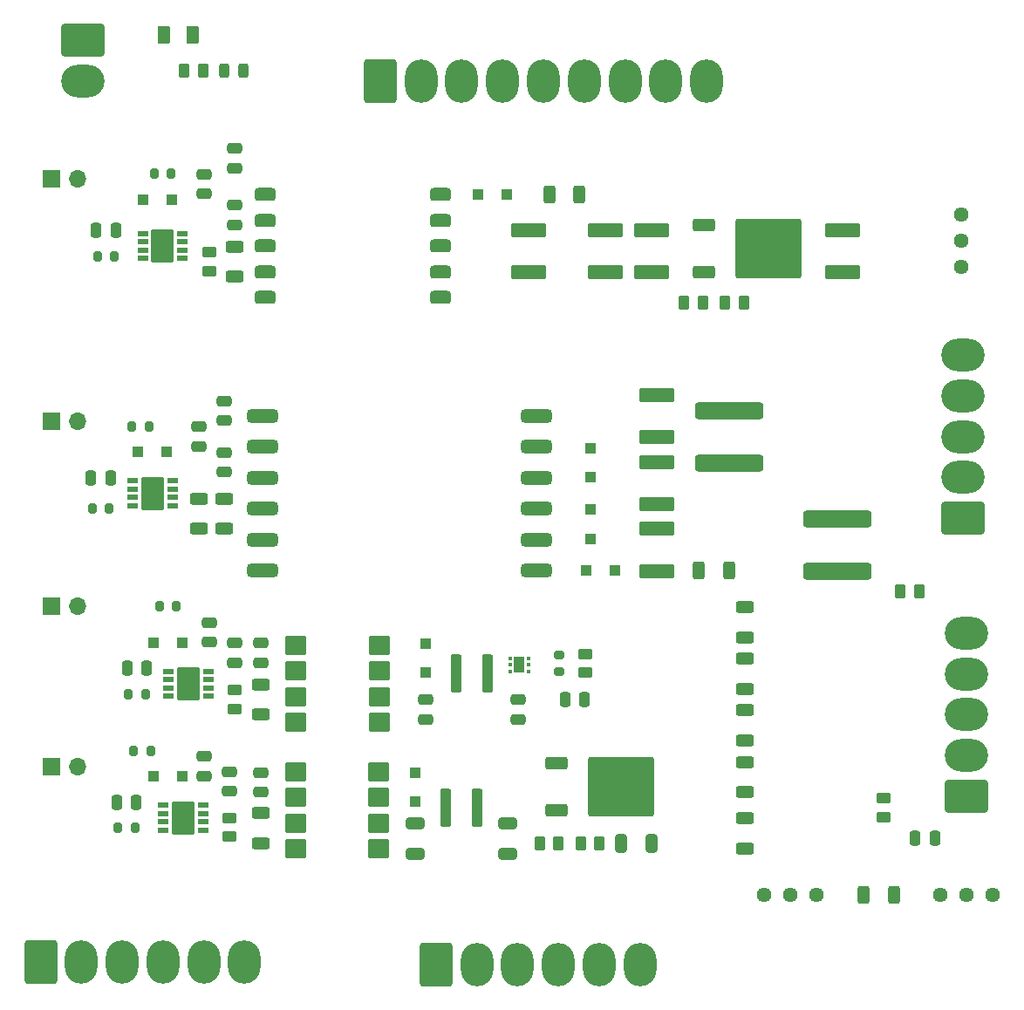
<source format=gbr>
%TF.GenerationSoftware,KiCad,Pcbnew,9.0.0*%
%TF.CreationDate,2025-03-19T21:00:22-07:00*%
%TF.ProjectId,CRT_main_supply_2,4352545f-6d61-4696-9e5f-737570706c79,rev?*%
%TF.SameCoordinates,Original*%
%TF.FileFunction,Soldermask,Top*%
%TF.FilePolarity,Negative*%
%FSLAX46Y46*%
G04 Gerber Fmt 4.6, Leading zero omitted, Abs format (unit mm)*
G04 Created by KiCad (PCBNEW 9.0.0) date 2025-03-19 21:00:22*
%MOMM*%
%LPD*%
G01*
G04 APERTURE LIST*
G04 Aperture macros list*
%AMRoundRect*
0 Rectangle with rounded corners*
0 $1 Rounding radius*
0 $2 $3 $4 $5 $6 $7 $8 $9 X,Y pos of 4 corners*
0 Add a 4 corners polygon primitive as box body*
4,1,4,$2,$3,$4,$5,$6,$7,$8,$9,$2,$3,0*
0 Add four circle primitives for the rounded corners*
1,1,$1+$1,$2,$3*
1,1,$1+$1,$4,$5*
1,1,$1+$1,$6,$7*
1,1,$1+$1,$8,$9*
0 Add four rect primitives between the rounded corners*
20,1,$1+$1,$2,$3,$4,$5,0*
20,1,$1+$1,$4,$5,$6,$7,0*
20,1,$1+$1,$6,$7,$8,$9,0*
20,1,$1+$1,$8,$9,$2,$3,0*%
G04 Aperture macros list end*
%ADD10RoundRect,0.250000X0.475000X-0.250000X0.475000X0.250000X-0.475000X0.250000X-0.475000X-0.250000X0*%
%ADD11RoundRect,0.250000X0.262500X0.450000X-0.262500X0.450000X-0.262500X-0.450000X0.262500X-0.450000X0*%
%ADD12RoundRect,0.250000X3.050000X-0.562500X3.050000X0.562500X-3.050000X0.562500X-3.050000X-0.562500X0*%
%ADD13RoundRect,0.250000X-0.625000X0.312500X-0.625000X-0.312500X0.625000X-0.312500X0.625000X0.312500X0*%
%ADD14RoundRect,0.250000X0.625000X-0.312500X0.625000X0.312500X-0.625000X0.312500X-0.625000X-0.312500X0*%
%ADD15RoundRect,0.065500X0.466500X0.196500X-0.466500X0.196500X-0.466500X-0.196500X0.466500X-0.196500X0*%
%ADD16RoundRect,0.102000X0.990000X1.500000X-0.990000X1.500000X-0.990000X-1.500000X0.990000X-1.500000X0*%
%ADD17RoundRect,0.102000X-0.950000X-0.800000X0.950000X-0.800000X0.950000X0.800000X-0.950000X0.800000X0*%
%ADD18R,1.700000X1.700000*%
%ADD19O,1.700000X1.700000*%
%ADD20RoundRect,0.250000X0.250000X0.475000X-0.250000X0.475000X-0.250000X-0.475000X0.250000X-0.475000X0*%
%ADD21RoundRect,0.200000X0.200000X0.275000X-0.200000X0.275000X-0.200000X-0.275000X0.200000X-0.275000X0*%
%ADD22RoundRect,0.250000X-0.475000X0.250000X-0.475000X-0.250000X0.475000X-0.250000X0.475000X0.250000X0*%
%ADD23RoundRect,0.249999X1.450001X-0.450001X1.450001X0.450001X-1.450001X0.450001X-1.450001X-0.450001X0*%
%ADD24RoundRect,0.250000X-0.312500X-0.625000X0.312500X-0.625000X0.312500X0.625000X-0.312500X0.625000X0*%
%ADD25RoundRect,0.250000X0.300000X-0.300000X0.300000X0.300000X-0.300000X0.300000X-0.300000X-0.300000X0*%
%ADD26RoundRect,0.250000X-0.850000X-0.350000X0.850000X-0.350000X0.850000X0.350000X-0.850000X0.350000X0*%
%ADD27RoundRect,0.249997X-2.950003X-2.650003X2.950003X-2.650003X2.950003X2.650003X-2.950003X2.650003X0*%
%ADD28RoundRect,0.250000X-0.325000X-0.650000X0.325000X-0.650000X0.325000X0.650000X-0.325000X0.650000X0*%
%ADD29RoundRect,0.250000X0.300000X0.300000X-0.300000X0.300000X-0.300000X-0.300000X0.300000X-0.300000X0*%
%ADD30RoundRect,0.317500X0.697500X-0.317500X0.697500X0.317500X-0.697500X0.317500X-0.697500X-0.317500X0*%
%ADD31RoundRect,0.250000X-1.330000X-1.850000X1.330000X-1.850000X1.330000X1.850000X-1.330000X1.850000X0*%
%ADD32O,3.160000X4.200000*%
%ADD33RoundRect,0.243750X0.243750X0.456250X-0.243750X0.456250X-0.243750X-0.456250X0.243750X-0.456250X0*%
%ADD34RoundRect,0.250000X-0.300000X-1.600000X0.300000X-1.600000X0.300000X1.600000X-0.300000X1.600000X0*%
%ADD35RoundRect,0.093750X0.093750X0.106250X-0.093750X0.106250X-0.093750X-0.106250X0.093750X-0.106250X0*%
%ADD36R,1.000000X1.600000*%
%ADD37C,1.440000*%
%ADD38RoundRect,0.249999X-1.450001X0.450001X-1.450001X-0.450001X1.450001X-0.450001X1.450001X0.450001X0*%
%ADD39RoundRect,0.250000X-1.850000X1.330000X-1.850000X-1.330000X1.850000X-1.330000X1.850000X1.330000X0*%
%ADD40O,4.200000X3.160000*%
%ADD41RoundRect,0.250000X0.375000X0.625000X-0.375000X0.625000X-0.375000X-0.625000X0.375000X-0.625000X0*%
%ADD42RoundRect,0.250000X-0.650000X0.325000X-0.650000X-0.325000X0.650000X-0.325000X0.650000X0.325000X0*%
%ADD43RoundRect,0.250000X0.450000X-0.262500X0.450000X0.262500X-0.450000X0.262500X-0.450000X-0.262500X0*%
%ADD44RoundRect,0.250000X1.850000X-1.330000X1.850000X1.330000X-1.850000X1.330000X-1.850000X-1.330000X0*%
%ADD45RoundRect,0.250000X-0.450000X0.262500X-0.450000X-0.262500X0.450000X-0.262500X0.450000X0.262500X0*%
%ADD46RoundRect,0.325000X-1.175000X0.325000X-1.175000X-0.325000X1.175000X-0.325000X1.175000X0.325000X0*%
%ADD47RoundRect,0.250000X-0.250000X-0.475000X0.250000X-0.475000X0.250000X0.475000X-0.250000X0.475000X0*%
%ADD48RoundRect,0.200000X0.275000X-0.200000X0.275000X0.200000X-0.275000X0.200000X-0.275000X-0.200000X0*%
%ADD49RoundRect,0.250000X-0.262500X-0.450000X0.262500X-0.450000X0.262500X0.450000X-0.262500X0.450000X0*%
G04 APERTURE END LIST*
D10*
%TO.C,C30*%
X124000000Y-94450000D03*
X124000000Y-92550000D03*
%TD*%
D11*
%TO.C,R14*%
X174412500Y-83000000D03*
X172587500Y-83000000D03*
%TD*%
D10*
%TO.C,C10*%
X124500000Y-130450000D03*
X124500000Y-128550000D03*
%TD*%
D12*
%TO.C,C32*%
X173000000Y-98537500D03*
X173000000Y-93462500D03*
%TD*%
D13*
%TO.C,R25*%
X174500000Y-133037500D03*
X174500000Y-135962500D03*
%TD*%
D14*
%TO.C,R33*%
X121500000Y-104962500D03*
X121500000Y-102037500D03*
%TD*%
D15*
%TO.C,U3*%
X121935000Y-134200000D03*
X121935000Y-133400000D03*
X121935000Y-132600000D03*
X121935000Y-131800000D03*
X118065000Y-131800000D03*
X118065000Y-132600000D03*
X118065000Y-133400000D03*
X118065000Y-134200000D03*
D16*
X120000000Y-133000000D03*
%TD*%
D17*
%TO.C,T2*%
X130950000Y-116265000D03*
X130950000Y-118755000D03*
X130950000Y-121245000D03*
X130950000Y-123735000D03*
X139050000Y-123735000D03*
X139050000Y-121245000D03*
X139050000Y-118755000D03*
X139050000Y-116265000D03*
%TD*%
D18*
%TO.C,J2*%
X107225000Y-128000000D03*
D19*
X109765000Y-128000000D03*
%TD*%
D20*
%TO.C,C29*%
X112950000Y-99990000D03*
X111050000Y-99990000D03*
%TD*%
D21*
%TO.C,R31*%
X112825000Y-103000000D03*
X111175000Y-103000000D03*
%TD*%
D22*
%TO.C,C2*%
X127500000Y-116050000D03*
X127500000Y-117950000D03*
%TD*%
D10*
%TO.C,C4*%
X122500000Y-115950000D03*
X122500000Y-114050000D03*
%TD*%
D23*
%TO.C,C25*%
X166000000Y-109050000D03*
X166000000Y-104950000D03*
%TD*%
D24*
%TO.C,R13*%
X155537500Y-72500000D03*
X158462500Y-72500000D03*
%TD*%
D15*
%TO.C,U6*%
X119935000Y-78700000D03*
X119935000Y-77900000D03*
X119935000Y-77100000D03*
X119935000Y-76300000D03*
X116065000Y-76300000D03*
X116065000Y-77100000D03*
X116065000Y-77900000D03*
X116065000Y-78700000D03*
D16*
X118000000Y-77500000D03*
%TD*%
D25*
%TO.C,D9*%
X159500000Y-105900000D03*
X159500000Y-103100000D03*
%TD*%
D26*
%TO.C,U5*%
X170500000Y-75440000D03*
D27*
X176800000Y-77720000D03*
D26*
X170500000Y-80000000D03*
%TD*%
D28*
%TO.C,C14*%
X162525000Y-135500000D03*
X165475000Y-135500000D03*
%TD*%
D22*
%TO.C,C31*%
X124000000Y-97550000D03*
X124000000Y-99450000D03*
%TD*%
D25*
%TO.C,D2*%
X143500000Y-118900000D03*
X143500000Y-116100000D03*
%TD*%
D29*
%TO.C,D6*%
X118900000Y-73000000D03*
X116100000Y-73000000D03*
%TD*%
D10*
%TO.C,C3*%
X125000000Y-117950000D03*
X125000000Y-116050000D03*
%TD*%
D29*
%TO.C,D8*%
X161900000Y-109000000D03*
X159100000Y-109000000D03*
%TD*%
D18*
%TO.C,J1*%
X107225000Y-112500000D03*
D19*
X109765000Y-112500000D03*
%TD*%
D30*
%TO.C,T4*%
X127990000Y-82500000D03*
X127990000Y-80000000D03*
X127990000Y-77500000D03*
X127990000Y-75000000D03*
X127990000Y-72500000D03*
X145010000Y-72500000D03*
X145010000Y-75000000D03*
X145010000Y-77500000D03*
X145010000Y-80000000D03*
X145010000Y-82500000D03*
%TD*%
D21*
%TO.C,R8*%
X115325000Y-134000000D03*
X113675000Y-134000000D03*
%TD*%
D22*
%TO.C,C5*%
X143500000Y-121550000D03*
X143500000Y-123450000D03*
%TD*%
D31*
%TO.C,J4*%
X106160000Y-147000000D03*
D32*
X110120000Y-147000000D03*
X114080000Y-147000000D03*
X118040000Y-147000000D03*
X122000000Y-147000000D03*
X125960000Y-147000000D03*
%TD*%
D21*
%TO.C,R17*%
X113325000Y-78500000D03*
X111675000Y-78500000D03*
%TD*%
D33*
%TO.C,D11*%
X125875000Y-60500000D03*
X124000000Y-60500000D03*
%TD*%
D23*
%TO.C,C17*%
X184000000Y-80050000D03*
X184000000Y-75950000D03*
%TD*%
D24*
%TO.C,R28*%
X170037500Y-109000000D03*
X172962500Y-109000000D03*
%TD*%
D10*
%TO.C,C8*%
X122000000Y-128950000D03*
X122000000Y-127050000D03*
%TD*%
D13*
%TO.C,R26*%
X125000000Y-77537500D03*
X125000000Y-80462500D03*
%TD*%
D10*
%TO.C,C23*%
X122000000Y-72450000D03*
X122000000Y-70550000D03*
%TD*%
D22*
%TO.C,C11*%
X127500000Y-128600000D03*
X127500000Y-130500000D03*
%TD*%
D34*
%TO.C,L1*%
X146500000Y-119000000D03*
X149500000Y-119000000D03*
%TD*%
D35*
%TO.C,U2*%
X153500000Y-118800000D03*
X153500000Y-118150000D03*
X153500000Y-117500000D03*
X151725000Y-117500000D03*
X151725000Y-118150000D03*
X151725000Y-118800000D03*
D36*
X152612500Y-118150000D03*
%TD*%
D23*
%TO.C,C27*%
X166000000Y-96050000D03*
X166000000Y-91950000D03*
%TD*%
D25*
%TO.C,D4*%
X142500000Y-131400000D03*
X142500000Y-128600000D03*
%TD*%
D26*
%TO.C,U4*%
X156200000Y-127720000D03*
D27*
X162500000Y-130000000D03*
D26*
X156200000Y-132280000D03*
%TD*%
D37*
%TO.C,RV2*%
X193450000Y-140500000D03*
X195990000Y-140500000D03*
X198530000Y-140500000D03*
%TD*%
D29*
%TO.C,D3*%
X119900000Y-129000000D03*
X117100000Y-129000000D03*
%TD*%
D38*
%TO.C,C15*%
X153500000Y-75950000D03*
X153500000Y-80050000D03*
%TD*%
D37*
%TO.C,RV1*%
X195500000Y-74460000D03*
X195500000Y-77000000D03*
X195500000Y-79540000D03*
%TD*%
D39*
%TO.C,J9*%
X110275000Y-57520000D03*
D40*
X110275000Y-61480000D03*
%TD*%
D23*
%TO.C,C16*%
X161000000Y-80050000D03*
X161000000Y-75950000D03*
%TD*%
D11*
%TO.C,R29*%
X121912500Y-60500000D03*
X120087500Y-60500000D03*
%TD*%
D13*
%TO.C,R21*%
X174500000Y-112575000D03*
X174500000Y-115500000D03*
%TD*%
D41*
%TO.C,F1*%
X120900000Y-57000000D03*
X118100000Y-57000000D03*
%TD*%
D42*
%TO.C,C13*%
X151500000Y-133550000D03*
X151500000Y-136500000D03*
%TD*%
D43*
%TO.C,R18*%
X188000000Y-132912500D03*
X188000000Y-131087500D03*
%TD*%
D13*
%TO.C,R23*%
X174500000Y-122575000D03*
X174500000Y-125500000D03*
%TD*%
D20*
%TO.C,C19*%
X113450000Y-76000000D03*
X111550000Y-76000000D03*
%TD*%
D18*
%TO.C,J8*%
X107225000Y-94500000D03*
D19*
X109765000Y-94500000D03*
%TD*%
D29*
%TO.C,D7*%
X118400000Y-97500000D03*
X115600000Y-97500000D03*
%TD*%
D44*
%TO.C,J6*%
X195725000Y-103920000D03*
D40*
X195725000Y-99960000D03*
X195725000Y-96000000D03*
X195725000Y-92040000D03*
X195725000Y-88080000D03*
%TD*%
D45*
%TO.C,R6*%
X159000000Y-117087500D03*
X159000000Y-118912500D03*
%TD*%
D46*
%TO.C,T1*%
X127700000Y-94000000D03*
X127700000Y-97000000D03*
X127700000Y-100000000D03*
X127700000Y-103000000D03*
X127700000Y-106000000D03*
X127700000Y-109000000D03*
X154300000Y-109000000D03*
X154300000Y-106000000D03*
X154300000Y-103000000D03*
X154300000Y-100000000D03*
X154300000Y-97000000D03*
X154300000Y-94000000D03*
%TD*%
D34*
%TO.C,L2*%
X145500000Y-132000000D03*
X148500000Y-132000000D03*
%TD*%
D23*
%TO.C,C22*%
X165500000Y-80050000D03*
X165500000Y-75950000D03*
%TD*%
D22*
%TO.C,C24*%
X125000000Y-73550000D03*
X125000000Y-75450000D03*
%TD*%
D17*
%TO.C,T3*%
X130900000Y-128520000D03*
X130900000Y-131010000D03*
X130900000Y-133500000D03*
X130900000Y-135990000D03*
X139000000Y-135990000D03*
X139000000Y-133500000D03*
X139000000Y-131010000D03*
X139000000Y-128520000D03*
%TD*%
D21*
%TO.C,R16*%
X118825000Y-70500000D03*
X117175000Y-70500000D03*
%TD*%
D13*
%TO.C,R3*%
X127500000Y-120037500D03*
X127500000Y-122962500D03*
%TD*%
D21*
%TO.C,R4*%
X119325000Y-112500000D03*
X117675000Y-112500000D03*
%TD*%
%TO.C,R30*%
X116650000Y-95000000D03*
X115000000Y-95000000D03*
%TD*%
D18*
%TO.C,J7*%
X107225000Y-71000000D03*
D19*
X109765000Y-71000000D03*
%TD*%
D42*
%TO.C,C12*%
X142500000Y-133525000D03*
X142500000Y-136475000D03*
%TD*%
D23*
%TO.C,C26*%
X166000000Y-102550000D03*
X166000000Y-98450000D03*
%TD*%
D47*
%TO.C,C7*%
X157050000Y-121500000D03*
X158950000Y-121500000D03*
%TD*%
D31*
%TO.C,J10*%
X144540000Y-147225000D03*
D32*
X148500000Y-147225000D03*
X152460000Y-147225000D03*
X156420000Y-147225000D03*
X160380000Y-147225000D03*
X164340000Y-147225000D03*
%TD*%
D43*
%TO.C,R27*%
X122500000Y-79912500D03*
X122500000Y-78087500D03*
%TD*%
D11*
%TO.C,R15*%
X170412500Y-83000000D03*
X168587500Y-83000000D03*
%TD*%
D43*
%TO.C,R1*%
X125000000Y-122412500D03*
X125000000Y-120587500D03*
%TD*%
D13*
%TO.C,R22*%
X174500000Y-117575000D03*
X174500000Y-120500000D03*
%TD*%
%TO.C,R24*%
X174500000Y-127575000D03*
X174500000Y-130500000D03*
%TD*%
D12*
%TO.C,C21*%
X183500000Y-109037500D03*
X183500000Y-103962500D03*
%TD*%
D24*
%TO.C,R19*%
X186037500Y-140500000D03*
X188962500Y-140500000D03*
%TD*%
D44*
%TO.C,J5*%
X196000000Y-130920000D03*
D40*
X196000000Y-126960000D03*
X196000000Y-123000000D03*
X196000000Y-119040000D03*
X196000000Y-115080000D03*
%TD*%
D48*
%TO.C,R5*%
X156500000Y-118825000D03*
X156500000Y-117175000D03*
%TD*%
D13*
%TO.C,R9*%
X127500000Y-132537500D03*
X127500000Y-135462500D03*
%TD*%
D49*
%TO.C,R20*%
X189587500Y-111000000D03*
X191412500Y-111000000D03*
%TD*%
D20*
%TO.C,C1*%
X116450000Y-118500000D03*
X114550000Y-118500000D03*
%TD*%
D10*
%TO.C,C18*%
X125000000Y-69950000D03*
X125000000Y-68050000D03*
%TD*%
%TO.C,C28*%
X121500000Y-96950000D03*
X121500000Y-95050000D03*
%TD*%
D22*
%TO.C,C6*%
X152500000Y-121550000D03*
X152500000Y-123450000D03*
%TD*%
D20*
%TO.C,C9*%
X115450000Y-131500000D03*
X113550000Y-131500000D03*
%TD*%
D21*
%TO.C,R2*%
X116325000Y-121000000D03*
X114675000Y-121000000D03*
%TD*%
%TO.C,R7*%
X116825000Y-126500000D03*
X115175000Y-126500000D03*
%TD*%
D29*
%TO.C,D5*%
X151400000Y-72500000D03*
X148600000Y-72500000D03*
%TD*%
D37*
%TO.C,RV3*%
X176420000Y-140500000D03*
X178960000Y-140500000D03*
X181500000Y-140500000D03*
%TD*%
D13*
%TO.C,R32*%
X124000000Y-102037500D03*
X124000000Y-104962500D03*
%TD*%
D31*
%TO.C,J3*%
X139120000Y-61500000D03*
D32*
X143080000Y-61500000D03*
X147040000Y-61500000D03*
X151000000Y-61500000D03*
X154960000Y-61500000D03*
X158920000Y-61500000D03*
X162880000Y-61500000D03*
X166840000Y-61500000D03*
X170800000Y-61500000D03*
%TD*%
D15*
%TO.C,U1*%
X122435000Y-121200000D03*
X122435000Y-120400000D03*
X122435000Y-119600000D03*
X122435000Y-118800000D03*
X118565000Y-118800000D03*
X118565000Y-119600000D03*
X118565000Y-120400000D03*
X118565000Y-121200000D03*
D16*
X120500000Y-120000000D03*
%TD*%
D29*
%TO.C,D1*%
X119900000Y-116000000D03*
X117100000Y-116000000D03*
%TD*%
D11*
%TO.C,R12*%
X156412500Y-135500000D03*
X154587500Y-135500000D03*
%TD*%
D43*
%TO.C,R10*%
X124500000Y-134825000D03*
X124500000Y-133000000D03*
%TD*%
D47*
%TO.C,C20*%
X191050000Y-135000000D03*
X192950000Y-135000000D03*
%TD*%
D11*
%TO.C,R11*%
X160412500Y-135500000D03*
X158587500Y-135500000D03*
%TD*%
D25*
%TO.C,D10*%
X159500000Y-99900000D03*
X159500000Y-97100000D03*
%TD*%
D15*
%TO.C,U7*%
X118935000Y-102700000D03*
X118935000Y-101900000D03*
X118935000Y-101100000D03*
X118935000Y-100300000D03*
X115065000Y-100300000D03*
X115065000Y-101100000D03*
X115065000Y-101900000D03*
X115065000Y-102700000D03*
D16*
X117000000Y-101500000D03*
%TD*%
M02*

</source>
